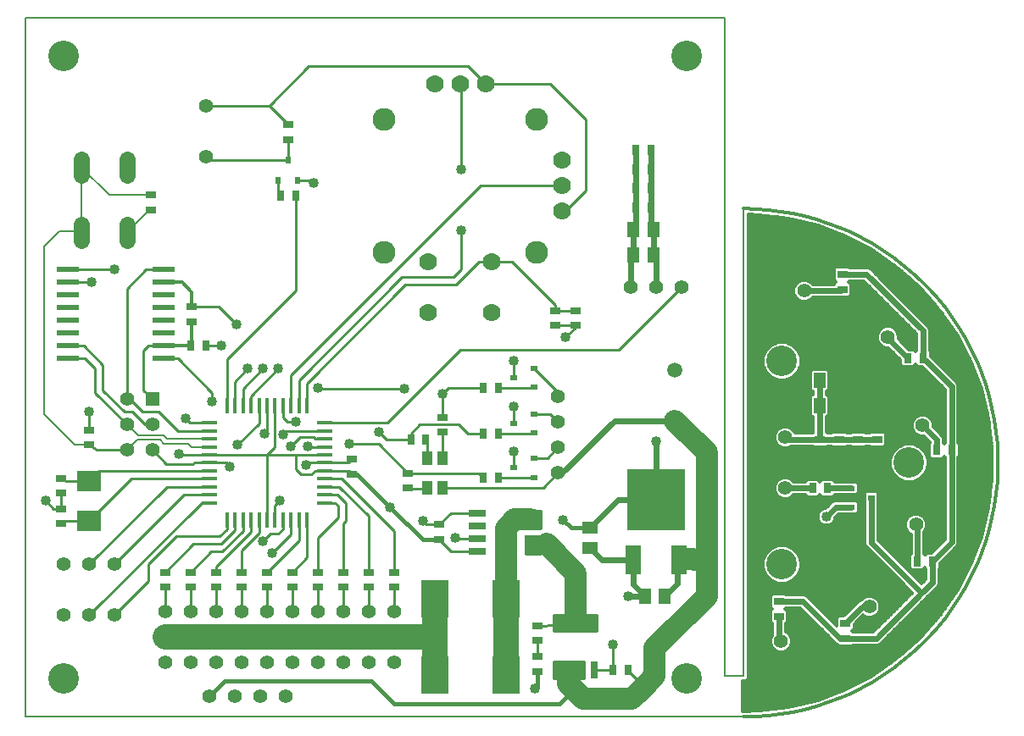
<source format=gtl>
G75*
G70*
%OFA0B0*%
%FSLAX24Y24*%
%IPPOS*%
%LPD*%
%AMOC8*
5,1,8,0,0,1.08239X$1,22.5*
%
%ADD10C,0.0120*%
%ADD11C,0.0080*%
%ADD12R,0.0591X0.0160*%
%ADD13R,0.0160X0.0591*%
%ADD14R,0.0394X0.0315*%
%ADD15R,0.0555X0.0555*%
%ADD16C,0.0555*%
%ADD17R,0.0236X0.0276*%
%ADD18R,0.0276X0.0236*%
%ADD19R,0.0315X0.0394*%
%ADD20R,0.0555X0.0555*%
%ADD21R,0.0453X0.0591*%
%ADD22R,0.0689X0.0256*%
%ADD23R,0.2283X0.2441*%
%ADD24R,0.0630X0.1181*%
%ADD25R,0.0591X0.0453*%
%ADD26R,0.0283X0.0701*%
%ADD27R,0.1100X0.1500*%
%ADD28R,0.0945X0.0787*%
%ADD29C,0.1200*%
%ADD30C,0.0594*%
%ADD31R,0.0433X0.0551*%
%ADD32C,0.0900*%
%ADD33C,0.0700*%
%ADD34C,0.0640*%
%ADD35R,0.0866X0.0236*%
%ADD36C,0.0240*%
%ADD37C,0.0100*%
%ADD38C,0.0400*%
%ADD39C,0.0160*%
%ADD40C,0.0860*%
%ADD41C,0.1000*%
D10*
X005580Y015574D02*
X006655Y015574D01*
X006700Y015619D01*
X006700Y016529D01*
X006700Y017119D02*
X006700Y017699D01*
X006325Y018074D01*
X005580Y018074D01*
X024056Y020149D02*
X024155Y020248D01*
X024745Y020248D02*
X024844Y020149D01*
X028600Y020171D02*
X031679Y020171D01*
X031367Y020290D02*
X028600Y020290D01*
X028600Y020408D02*
X030917Y020408D01*
X031310Y020311D02*
X032414Y019893D01*
X033460Y019344D01*
X034432Y018673D01*
X035316Y017890D01*
X036099Y017006D01*
X036770Y016034D01*
X037318Y014988D01*
X037737Y013884D01*
X038020Y012737D01*
X038162Y011565D01*
X038162Y010384D01*
X038020Y009211D01*
X037737Y008065D01*
X037318Y006960D01*
X036770Y005915D01*
X036099Y004943D01*
X035316Y004059D01*
X034432Y003275D01*
X033460Y002605D01*
X032414Y002056D01*
X031310Y001637D01*
X030163Y001354D01*
X028991Y001212D01*
X028400Y001194D01*
X028363Y001194D01*
X028343Y002374D01*
X028483Y002374D01*
X028600Y002491D01*
X028600Y020748D01*
X028991Y020736D01*
X030163Y020594D01*
X031310Y020311D01*
X031992Y020053D02*
X028600Y020053D01*
X028600Y019934D02*
X032304Y019934D01*
X032560Y019816D02*
X028600Y019816D01*
X028600Y019697D02*
X032786Y019697D01*
X033012Y019579D02*
X028600Y019579D01*
X028600Y019460D02*
X033238Y019460D01*
X033462Y019342D02*
X028600Y019342D01*
X028600Y019223D02*
X033634Y019223D01*
X033806Y019105D02*
X028600Y019105D01*
X028600Y018986D02*
X033977Y018986D01*
X034149Y018868D02*
X028600Y018868D01*
X028600Y018749D02*
X034321Y018749D01*
X034479Y018631D02*
X033339Y018631D01*
X033377Y018615D02*
X033281Y018654D01*
X032567Y018654D01*
X032530Y018692D01*
X032020Y018692D01*
X031938Y018610D01*
X031938Y018179D01*
X032018Y018099D01*
X031938Y018019D01*
X031938Y018005D01*
X031113Y018005D01*
X031019Y018099D01*
X030866Y018162D01*
X030700Y018162D01*
X030546Y018099D01*
X030429Y017981D01*
X030365Y017828D01*
X030365Y017662D01*
X030429Y017508D01*
X030546Y017391D01*
X030700Y017327D01*
X030866Y017327D01*
X031019Y017391D01*
X031113Y017485D01*
X032268Y017485D01*
X032320Y017506D01*
X032530Y017506D01*
X032612Y017588D01*
X032612Y018019D01*
X032532Y018099D01*
X032567Y018134D01*
X033122Y018134D01*
X035185Y016071D01*
X035185Y015391D01*
X035150Y015356D01*
X035070Y015436D01*
X034886Y015436D01*
X034474Y015848D01*
X034474Y016006D01*
X034410Y016160D01*
X034293Y016277D01*
X034139Y016341D01*
X033973Y016341D01*
X033820Y016277D01*
X033702Y016160D01*
X033639Y016006D01*
X033639Y015840D01*
X033702Y015687D01*
X033820Y015569D01*
X033973Y015506D01*
X034081Y015506D01*
X034557Y015029D01*
X034557Y014844D01*
X034639Y014762D01*
X035070Y014762D01*
X035150Y014842D01*
X035230Y014762D01*
X035414Y014762D01*
X036310Y013866D01*
X036310Y011766D01*
X036275Y011731D01*
X036240Y011766D01*
X036240Y011943D01*
X036200Y012038D01*
X036127Y012111D01*
X035847Y012391D01*
X035847Y012524D01*
X035783Y012678D01*
X035666Y012795D01*
X035512Y012859D01*
X035346Y012859D01*
X035193Y012795D01*
X035075Y012678D01*
X035012Y012524D01*
X035012Y012358D01*
X035075Y012205D01*
X035193Y012087D01*
X035346Y012024D01*
X035479Y012024D01*
X035720Y011783D01*
X035720Y011766D01*
X035682Y011729D01*
X035682Y011219D01*
X035764Y011137D01*
X036195Y011137D01*
X036275Y011217D01*
X036310Y011182D01*
X036310Y007957D01*
X035789Y007436D01*
X035605Y007436D01*
X035525Y007356D01*
X035490Y007391D01*
X035490Y008270D01*
X035525Y008305D01*
X035588Y008458D01*
X035588Y008624D01*
X035525Y008778D01*
X035407Y008895D01*
X035254Y008959D01*
X035088Y008959D01*
X034934Y008895D01*
X034817Y008778D01*
X034753Y008624D01*
X034753Y008458D01*
X034817Y008305D01*
X034934Y008187D01*
X034970Y008172D01*
X034970Y007391D01*
X034932Y007354D01*
X034932Y006844D01*
X035014Y006762D01*
X035445Y006762D01*
X035525Y006842D01*
X035560Y006807D01*
X035560Y006377D01*
X035400Y006217D01*
X033679Y007938D01*
X033679Y009405D01*
X033696Y009423D01*
X033696Y009775D01*
X033614Y009857D01*
X033475Y009857D01*
X033470Y009859D01*
X033367Y009859D01*
X033362Y009857D01*
X033223Y009857D01*
X033141Y009775D01*
X033141Y009423D01*
X033159Y009405D01*
X033159Y007779D01*
X033198Y007683D01*
X033271Y007610D01*
X030298Y007610D01*
X030319Y007601D02*
X030047Y007714D01*
X029753Y007714D01*
X029481Y007601D01*
X029273Y007393D01*
X029160Y007121D01*
X029160Y006827D01*
X029273Y006555D01*
X029481Y006347D01*
X029753Y006234D01*
X030047Y006234D01*
X030319Y006347D01*
X030527Y006555D01*
X030640Y006827D01*
X030640Y007121D01*
X030527Y007393D01*
X030319Y007601D01*
X030429Y007492D02*
X033390Y007492D01*
X033271Y007610D02*
X035032Y005849D01*
X033497Y004314D01*
X032692Y004314D01*
X032657Y004349D01*
X032737Y004429D01*
X032737Y004614D01*
X033100Y004977D01*
X033112Y004964D01*
X033266Y004901D01*
X033432Y004901D01*
X033585Y004964D01*
X033703Y005082D01*
X033766Y005235D01*
X033766Y005401D01*
X033703Y005555D01*
X033585Y005672D01*
X033432Y005736D01*
X033266Y005736D01*
X033112Y005672D01*
X033016Y005576D01*
X032926Y005538D01*
X032330Y004942D01*
X032145Y004942D01*
X032063Y004860D01*
X032063Y004554D01*
X030950Y005667D01*
X030877Y005740D01*
X030781Y005779D01*
X030067Y005779D01*
X030030Y005817D01*
X029520Y005817D01*
X029438Y005735D01*
X029438Y005304D01*
X029518Y005224D01*
X029438Y005144D01*
X029438Y004713D01*
X029515Y004637D01*
X029515Y004183D01*
X029513Y004181D01*
X029450Y004028D01*
X029450Y003862D01*
X029513Y003708D01*
X029631Y003591D01*
X029784Y003527D01*
X029950Y003527D01*
X030104Y003591D01*
X030221Y003708D01*
X030285Y003862D01*
X030285Y004028D01*
X030221Y004181D01*
X030104Y004299D01*
X030035Y004327D01*
X030035Y004637D01*
X030112Y004713D01*
X030112Y005144D01*
X030032Y005224D01*
X030067Y005259D01*
X030622Y005259D01*
X032048Y003833D01*
X032082Y003819D01*
X032145Y003756D01*
X032655Y003756D01*
X032692Y003794D01*
X033656Y003794D01*
X033752Y003833D01*
X033825Y003907D01*
X035620Y005702D01*
X036041Y006122D01*
X036080Y006218D01*
X036080Y006807D01*
X036118Y006844D01*
X036118Y007029D01*
X036791Y007702D01*
X036830Y007797D01*
X036830Y011182D01*
X036868Y011219D01*
X036868Y011729D01*
X036830Y011766D01*
X036830Y014026D01*
X036791Y014121D01*
X036718Y014195D01*
X035743Y015169D01*
X035743Y015354D01*
X035705Y015391D01*
X035705Y016231D01*
X035666Y016326D01*
X035593Y016399D01*
X033377Y018615D01*
X033480Y018512D02*
X034613Y018512D01*
X034747Y018394D02*
X033598Y018394D01*
X033717Y018275D02*
X034880Y018275D01*
X035014Y018157D02*
X033835Y018157D01*
X033954Y018038D02*
X035148Y018038D01*
X035282Y017920D02*
X034072Y017920D01*
X034191Y017801D02*
X035394Y017801D01*
X035499Y017683D02*
X034309Y017683D01*
X034428Y017564D02*
X035604Y017564D01*
X035709Y017446D02*
X034546Y017446D01*
X034665Y017327D02*
X035814Y017327D01*
X035919Y017209D02*
X034783Y017209D01*
X034902Y017090D02*
X036024Y017090D01*
X036122Y016972D02*
X035020Y016972D01*
X035139Y016853D02*
X036204Y016853D01*
X036286Y016735D02*
X035257Y016735D01*
X035376Y016616D02*
X036367Y016616D01*
X036449Y016498D02*
X035494Y016498D01*
X035613Y016379D02*
X036531Y016379D01*
X036613Y016261D02*
X035693Y016261D01*
X035705Y016142D02*
X036695Y016142D01*
X036775Y016024D02*
X035705Y016024D01*
X035705Y015905D02*
X036837Y015905D01*
X036899Y015787D02*
X035705Y015787D01*
X035705Y015668D02*
X036961Y015668D01*
X037024Y015550D02*
X035705Y015550D01*
X035705Y015431D02*
X037086Y015431D01*
X037148Y015313D02*
X035743Y015313D01*
X035743Y015194D02*
X037210Y015194D01*
X037272Y015076D02*
X035836Y015076D01*
X035955Y014957D02*
X037330Y014957D01*
X037375Y014839D02*
X036073Y014839D01*
X036192Y014720D02*
X037420Y014720D01*
X037465Y014602D02*
X036310Y014602D01*
X036429Y014483D02*
X037510Y014483D01*
X037555Y014365D02*
X036547Y014365D01*
X036666Y014246D02*
X037600Y014246D01*
X037645Y014128D02*
X036784Y014128D01*
X036830Y014009D02*
X037690Y014009D01*
X037735Y013891D02*
X036830Y013891D01*
X036830Y013772D02*
X037765Y013772D01*
X037794Y013654D02*
X036830Y013654D01*
X036830Y013535D02*
X037823Y013535D01*
X037852Y013417D02*
X036830Y013417D01*
X036830Y013298D02*
X037881Y013298D01*
X037911Y013180D02*
X036830Y013180D01*
X036830Y013061D02*
X037940Y013061D01*
X037969Y012943D02*
X036830Y012943D01*
X036830Y012824D02*
X037998Y012824D01*
X038024Y012706D02*
X036830Y012706D01*
X036830Y012587D02*
X038038Y012587D01*
X038052Y012469D02*
X036830Y012469D01*
X036830Y012350D02*
X038067Y012350D01*
X038081Y012232D02*
X036830Y012232D01*
X036830Y012113D02*
X038096Y012113D01*
X038110Y011995D02*
X036830Y011995D01*
X036830Y011876D02*
X038124Y011876D01*
X038139Y011758D02*
X036839Y011758D01*
X036868Y011639D02*
X038153Y011639D01*
X038162Y011521D02*
X036868Y011521D01*
X036868Y011402D02*
X038162Y011402D01*
X038162Y011284D02*
X036868Y011284D01*
X036830Y011165D02*
X038162Y011165D01*
X038162Y011047D02*
X036830Y011047D01*
X036830Y010928D02*
X038162Y010928D01*
X038162Y010810D02*
X036830Y010810D01*
X036830Y010691D02*
X038162Y010691D01*
X038162Y010573D02*
X036830Y010573D01*
X036830Y010454D02*
X038162Y010454D01*
X038156Y010336D02*
X036830Y010336D01*
X036830Y010217D02*
X038142Y010217D01*
X038128Y010099D02*
X036830Y010099D01*
X036830Y009980D02*
X038113Y009980D01*
X038099Y009862D02*
X036830Y009862D01*
X036830Y009743D02*
X038084Y009743D01*
X038070Y009625D02*
X036830Y009625D01*
X036830Y009506D02*
X038056Y009506D01*
X038041Y009388D02*
X036830Y009388D01*
X036830Y009269D02*
X038027Y009269D01*
X038005Y009151D02*
X036830Y009151D01*
X036830Y009032D02*
X037976Y009032D01*
X037946Y008914D02*
X036830Y008914D01*
X036830Y008795D02*
X037917Y008795D01*
X037888Y008677D02*
X036830Y008677D01*
X036830Y008558D02*
X037859Y008558D01*
X037830Y008440D02*
X036830Y008440D01*
X036830Y008321D02*
X037800Y008321D01*
X037771Y008203D02*
X036830Y008203D01*
X036830Y008084D02*
X037742Y008084D01*
X037700Y007966D02*
X036830Y007966D01*
X036830Y007847D02*
X037655Y007847D01*
X037610Y007729D02*
X036802Y007729D01*
X036699Y007610D02*
X037565Y007610D01*
X037520Y007492D02*
X036580Y007492D01*
X036462Y007373D02*
X037475Y007373D01*
X037430Y007255D02*
X036343Y007255D01*
X036225Y007136D02*
X037385Y007136D01*
X037340Y007018D02*
X036118Y007018D01*
X036118Y006899D02*
X037286Y006899D01*
X037224Y006781D02*
X036080Y006781D01*
X036080Y006662D02*
X037162Y006662D01*
X037100Y006544D02*
X036080Y006544D01*
X036080Y006425D02*
X037038Y006425D01*
X036975Y006307D02*
X036080Y006307D01*
X036068Y006188D02*
X036913Y006188D01*
X036851Y006070D02*
X035988Y006070D01*
X035870Y005951D02*
X036789Y005951D01*
X036713Y005833D02*
X035751Y005833D01*
X035633Y005714D02*
X036631Y005714D01*
X036549Y005596D02*
X035514Y005596D01*
X035396Y005477D02*
X036468Y005477D01*
X036386Y005359D02*
X035277Y005359D01*
X035159Y005240D02*
X036304Y005240D01*
X036222Y005122D02*
X035040Y005122D01*
X034922Y005003D02*
X036140Y005003D01*
X036047Y004885D02*
X034803Y004885D01*
X034685Y004766D02*
X035942Y004766D01*
X035837Y004648D02*
X034566Y004648D01*
X034448Y004529D02*
X035732Y004529D01*
X035627Y004411D02*
X034329Y004411D01*
X034211Y004292D02*
X035522Y004292D01*
X035417Y004174D02*
X034092Y004174D01*
X033974Y004055D02*
X035312Y004055D01*
X035178Y003937D02*
X033855Y003937D01*
X033715Y003818D02*
X035044Y003818D01*
X034910Y003700D02*
X030212Y003700D01*
X030266Y003818D02*
X032083Y003818D01*
X031945Y003937D02*
X030285Y003937D01*
X030273Y004055D02*
X031826Y004055D01*
X031708Y004174D02*
X030224Y004174D01*
X030110Y004292D02*
X031589Y004292D01*
X031471Y004411D02*
X030035Y004411D01*
X030035Y004529D02*
X031352Y004529D01*
X031234Y004648D02*
X030046Y004648D01*
X030112Y004766D02*
X031115Y004766D01*
X030997Y004885D02*
X030112Y004885D01*
X030112Y005003D02*
X030878Y005003D01*
X030760Y005122D02*
X030112Y005122D01*
X030048Y005240D02*
X030641Y005240D01*
X031021Y005596D02*
X033036Y005596D01*
X032865Y005477D02*
X031140Y005477D01*
X031258Y005359D02*
X032747Y005359D01*
X032628Y005240D02*
X031377Y005240D01*
X031495Y005122D02*
X032510Y005122D01*
X032391Y005003D02*
X031614Y005003D01*
X031732Y004885D02*
X032088Y004885D01*
X032063Y004766D02*
X031851Y004766D01*
X031969Y004648D02*
X032063Y004648D01*
X032737Y004529D02*
X033712Y004529D01*
X033594Y004411D02*
X032719Y004411D01*
X032771Y004648D02*
X033831Y004648D01*
X033949Y004766D02*
X032889Y004766D01*
X033008Y004885D02*
X034068Y004885D01*
X034186Y005003D02*
X033624Y005003D01*
X033719Y005122D02*
X034305Y005122D01*
X034423Y005240D02*
X033766Y005240D01*
X033766Y005359D02*
X034542Y005359D01*
X034660Y005477D02*
X033735Y005477D01*
X033662Y005596D02*
X034779Y005596D01*
X034897Y005714D02*
X033484Y005714D01*
X033214Y005714D02*
X030903Y005714D01*
X030398Y006425D02*
X034456Y006425D01*
X034338Y006544D02*
X030516Y006544D01*
X030572Y006662D02*
X034219Y006662D01*
X034101Y006781D02*
X030621Y006781D01*
X030640Y006899D02*
X033982Y006899D01*
X033864Y007018D02*
X030640Y007018D01*
X030634Y007136D02*
X033745Y007136D01*
X033627Y007255D02*
X030585Y007255D01*
X030536Y007373D02*
X033508Y007373D01*
X033271Y007610D02*
X033271Y007610D01*
X033179Y007729D02*
X028600Y007729D01*
X028600Y007847D02*
X033159Y007847D01*
X033159Y007966D02*
X028600Y007966D01*
X028600Y008084D02*
X033159Y008084D01*
X033159Y008203D02*
X028600Y008203D01*
X028600Y008321D02*
X033159Y008321D01*
X033159Y008440D02*
X028600Y008440D01*
X028600Y008558D02*
X031464Y008558D01*
X031457Y008561D02*
X031582Y008509D01*
X031718Y008509D01*
X031843Y008561D01*
X031938Y008657D01*
X031990Y008782D01*
X031990Y008821D01*
X032134Y008965D01*
X032683Y008965D01*
X032688Y008967D01*
X032827Y008967D01*
X032909Y009049D01*
X032909Y009401D01*
X032827Y009483D01*
X032688Y009483D01*
X032683Y009485D01*
X031974Y009485D01*
X031879Y009446D01*
X031622Y009189D01*
X031582Y009189D01*
X031457Y009137D01*
X031362Y009042D01*
X031310Y008917D01*
X031310Y008782D01*
X031362Y008657D01*
X031457Y008561D01*
X031353Y008677D02*
X028600Y008677D01*
X028600Y008795D02*
X031310Y008795D01*
X031310Y008914D02*
X028600Y008914D01*
X028600Y009032D02*
X031358Y009032D01*
X031489Y009151D02*
X028600Y009151D01*
X028600Y009269D02*
X031702Y009269D01*
X031821Y009388D02*
X028600Y009388D01*
X028600Y009506D02*
X033141Y009506D01*
X033141Y009625D02*
X030266Y009625D01*
X030261Y009620D02*
X030355Y009714D01*
X030812Y009714D01*
X030889Y009637D01*
X031320Y009637D01*
X031400Y009717D01*
X031480Y009637D01*
X031911Y009637D01*
X031988Y009714D01*
X032682Y009714D01*
X032684Y009715D01*
X032827Y009715D01*
X032909Y009797D01*
X032909Y010149D01*
X032827Y010231D01*
X032689Y010231D01*
X032682Y010234D01*
X031988Y010234D01*
X031911Y010311D01*
X031480Y010311D01*
X031400Y010231D01*
X031320Y010311D01*
X030889Y010311D01*
X030812Y010234D01*
X030355Y010234D01*
X030261Y010328D01*
X030108Y010392D01*
X029942Y010392D01*
X029789Y010328D01*
X029671Y010211D01*
X029608Y010057D01*
X029608Y009891D01*
X029671Y009738D01*
X029789Y009620D01*
X029942Y009557D01*
X030108Y009557D01*
X030261Y009620D01*
X029784Y009625D02*
X028600Y009625D01*
X028600Y009743D02*
X029669Y009743D01*
X029620Y009862D02*
X028600Y009862D01*
X028600Y009980D02*
X029608Y009980D01*
X029625Y010099D02*
X028600Y010099D01*
X028600Y010217D02*
X029678Y010217D01*
X029807Y010336D02*
X028600Y010336D01*
X028600Y010454D02*
X034373Y010454D01*
X034273Y010555D02*
X034481Y010347D01*
X034753Y010234D01*
X035047Y010234D01*
X035319Y010347D01*
X035527Y010555D01*
X035640Y010827D01*
X035640Y011121D01*
X035527Y011393D01*
X035319Y011601D01*
X035047Y011714D01*
X034753Y011714D01*
X034481Y011601D01*
X034273Y011393D01*
X034160Y011121D01*
X034160Y010827D01*
X034273Y010555D01*
X034265Y010573D02*
X028600Y010573D01*
X028600Y010691D02*
X034216Y010691D01*
X034167Y010810D02*
X028600Y010810D01*
X028600Y010928D02*
X034160Y010928D01*
X034160Y011047D02*
X028600Y011047D01*
X028600Y011165D02*
X034178Y011165D01*
X034227Y011284D02*
X028600Y011284D01*
X028600Y011402D02*
X034282Y011402D01*
X034400Y011521D02*
X028600Y011521D01*
X028600Y011639D02*
X029770Y011639D01*
X029789Y011620D02*
X029671Y011738D01*
X029608Y011891D01*
X029608Y012057D01*
X029671Y012211D01*
X029789Y012328D01*
X029942Y012392D01*
X030108Y012392D01*
X030261Y012328D01*
X030379Y012211D01*
X030402Y012154D01*
X031108Y012154D01*
X031121Y012168D01*
X031121Y012789D01*
X031097Y012789D01*
X031015Y012871D01*
X031015Y013577D01*
X031097Y013659D01*
X031121Y013659D01*
X031121Y013789D01*
X031097Y013789D01*
X031015Y013871D01*
X031015Y014577D01*
X031097Y014659D01*
X031666Y014659D01*
X031748Y014577D01*
X031748Y013871D01*
X031666Y013789D01*
X031641Y013789D01*
X031641Y013659D01*
X031666Y013659D01*
X031748Y013577D01*
X031748Y012871D01*
X031666Y012789D01*
X031641Y012789D01*
X031641Y012192D01*
X031655Y012192D01*
X031692Y012154D01*
X031858Y012154D01*
X031895Y012192D01*
X032405Y012192D01*
X032442Y012154D01*
X032608Y012154D01*
X032645Y012192D01*
X033155Y012192D01*
X033192Y012154D01*
X033358Y012154D01*
X033395Y012192D01*
X033905Y012192D01*
X033987Y012110D01*
X033987Y011679D01*
X033905Y011597D01*
X033395Y011597D01*
X033358Y011634D01*
X033192Y011634D01*
X033155Y011597D01*
X032645Y011597D01*
X032608Y011634D01*
X032442Y011634D01*
X032405Y011597D01*
X031895Y011597D01*
X031858Y011634D01*
X031692Y011634D01*
X031655Y011597D01*
X031145Y011597D01*
X031108Y011634D01*
X030276Y011634D01*
X030261Y011620D01*
X030108Y011557D01*
X029942Y011557D01*
X029789Y011620D01*
X029663Y011758D02*
X028600Y011758D01*
X028600Y011876D02*
X029614Y011876D01*
X029608Y011995D02*
X028600Y011995D01*
X028600Y012113D02*
X029631Y012113D01*
X029692Y012232D02*
X028600Y012232D01*
X028600Y012350D02*
X029842Y012350D01*
X030208Y012350D02*
X031121Y012350D01*
X031121Y012232D02*
X030358Y012232D01*
X031121Y012469D02*
X028600Y012469D01*
X028600Y012587D02*
X031121Y012587D01*
X031121Y012706D02*
X028600Y012706D01*
X028600Y012824D02*
X031062Y012824D01*
X031015Y012943D02*
X028600Y012943D01*
X028600Y013061D02*
X031015Y013061D01*
X031015Y013180D02*
X028600Y013180D01*
X028600Y013298D02*
X031015Y013298D01*
X031015Y013417D02*
X028600Y013417D01*
X028600Y013535D02*
X031015Y013535D01*
X031091Y013654D02*
X028600Y013654D01*
X028600Y013772D02*
X031121Y013772D01*
X031015Y013891D02*
X028600Y013891D01*
X028600Y014009D02*
X031015Y014009D01*
X031015Y014128D02*
X028600Y014128D01*
X028600Y014246D02*
X029724Y014246D01*
X029753Y014234D02*
X029481Y014347D01*
X029273Y014555D01*
X029160Y014827D01*
X029160Y015121D01*
X029273Y015393D01*
X029481Y015601D01*
X029753Y015714D01*
X030047Y015714D01*
X030319Y015601D01*
X030527Y015393D01*
X030640Y015121D01*
X030640Y014827D01*
X030527Y014555D01*
X030319Y014347D01*
X030047Y014234D01*
X029753Y014234D01*
X029463Y014365D02*
X028600Y014365D01*
X028600Y014483D02*
X029344Y014483D01*
X029253Y014602D02*
X028600Y014602D01*
X028600Y014720D02*
X029204Y014720D01*
X029160Y014839D02*
X028600Y014839D01*
X028600Y014957D02*
X029160Y014957D01*
X029160Y015076D02*
X028600Y015076D01*
X028600Y015194D02*
X029190Y015194D01*
X029239Y015313D02*
X028600Y015313D01*
X028600Y015431D02*
X029311Y015431D01*
X029429Y015550D02*
X028600Y015550D01*
X028600Y015668D02*
X029642Y015668D01*
X030158Y015668D02*
X033721Y015668D01*
X033661Y015787D02*
X028600Y015787D01*
X028600Y015905D02*
X033639Y015905D01*
X033646Y016024D02*
X028600Y016024D01*
X028600Y016142D02*
X033695Y016142D01*
X033803Y016261D02*
X028600Y016261D01*
X028600Y016379D02*
X034877Y016379D01*
X034759Y016498D02*
X028600Y016498D01*
X028600Y016616D02*
X034640Y016616D01*
X034522Y016735D02*
X028600Y016735D01*
X028600Y016853D02*
X034403Y016853D01*
X034285Y016972D02*
X028600Y016972D01*
X028600Y017090D02*
X034166Y017090D01*
X034048Y017209D02*
X028600Y017209D01*
X028600Y017327D02*
X033929Y017327D01*
X033811Y017446D02*
X031074Y017446D01*
X030492Y017446D02*
X028600Y017446D01*
X028600Y017564D02*
X030406Y017564D01*
X030365Y017683D02*
X028600Y017683D01*
X028600Y017801D02*
X030365Y017801D01*
X030404Y017920D02*
X028600Y017920D01*
X028600Y018038D02*
X030486Y018038D01*
X030687Y018157D02*
X028600Y018157D01*
X028600Y018275D02*
X031938Y018275D01*
X031938Y018394D02*
X028600Y018394D01*
X028600Y018512D02*
X031938Y018512D01*
X031959Y018631D02*
X028600Y018631D01*
X028600Y020527D02*
X030436Y020527D01*
X029741Y020645D02*
X028600Y020645D01*
X030879Y018157D02*
X031960Y018157D01*
X031957Y018038D02*
X031080Y018038D01*
X032593Y018038D02*
X033218Y018038D01*
X033337Y017920D02*
X032612Y017920D01*
X032612Y017801D02*
X033455Y017801D01*
X033574Y017683D02*
X032612Y017683D01*
X032588Y017564D02*
X033692Y017564D01*
X034309Y016261D02*
X034996Y016261D01*
X035114Y016142D02*
X034417Y016142D01*
X034466Y016024D02*
X035185Y016024D01*
X035185Y015905D02*
X034474Y015905D01*
X034535Y015787D02*
X035185Y015787D01*
X035185Y015668D02*
X034653Y015668D01*
X034772Y015550D02*
X035185Y015550D01*
X035185Y015431D02*
X035075Y015431D01*
X035147Y014839D02*
X035153Y014839D01*
X035457Y014720D02*
X030596Y014720D01*
X030640Y014839D02*
X034563Y014839D01*
X034557Y014957D02*
X030640Y014957D01*
X030640Y015076D02*
X034510Y015076D01*
X034392Y015194D02*
X030610Y015194D01*
X030561Y015313D02*
X034273Y015313D01*
X034155Y015431D02*
X030489Y015431D01*
X030371Y015550D02*
X033867Y015550D01*
X035575Y014602D02*
X031723Y014602D01*
X031748Y014483D02*
X035694Y014483D01*
X035812Y014365D02*
X031748Y014365D01*
X031748Y014246D02*
X035931Y014246D01*
X036049Y014128D02*
X031748Y014128D01*
X031748Y014009D02*
X036168Y014009D01*
X036286Y013891D02*
X031748Y013891D01*
X031641Y013772D02*
X036310Y013772D01*
X036310Y013654D02*
X031671Y013654D01*
X031748Y013535D02*
X036310Y013535D01*
X036310Y013417D02*
X031748Y013417D01*
X031748Y013298D02*
X036310Y013298D01*
X036310Y013180D02*
X031748Y013180D01*
X031748Y013061D02*
X036310Y013061D01*
X036310Y012943D02*
X031748Y012943D01*
X031701Y012824D02*
X035263Y012824D01*
X035103Y012706D02*
X031641Y012706D01*
X031641Y012587D02*
X035038Y012587D01*
X035012Y012469D02*
X031641Y012469D01*
X031641Y012350D02*
X035015Y012350D01*
X035064Y012232D02*
X031641Y012232D01*
X031400Y011304D02*
X032150Y011304D01*
X032900Y011304D01*
X033650Y011304D01*
X033947Y011639D02*
X034572Y011639D01*
X033987Y011758D02*
X035711Y011758D01*
X035682Y011639D02*
X035228Y011639D01*
X035400Y011521D02*
X035682Y011521D01*
X035682Y011402D02*
X035518Y011402D01*
X035573Y011284D02*
X035682Y011284D01*
X035736Y011165D02*
X035622Y011165D01*
X035640Y011047D02*
X036310Y011047D01*
X036310Y011165D02*
X036223Y011165D01*
X036310Y010928D02*
X035640Y010928D01*
X035633Y010810D02*
X036310Y010810D01*
X036310Y010691D02*
X035584Y010691D01*
X035535Y010573D02*
X036310Y010573D01*
X036310Y010454D02*
X035427Y010454D01*
X035292Y010336D02*
X036310Y010336D01*
X036310Y010217D02*
X032841Y010217D01*
X032909Y010099D02*
X036310Y010099D01*
X036310Y009980D02*
X032909Y009980D01*
X032909Y009862D02*
X036310Y009862D01*
X036310Y009743D02*
X033696Y009743D01*
X033696Y009625D02*
X036310Y009625D01*
X036310Y009506D02*
X033696Y009506D01*
X033679Y009388D02*
X036310Y009388D01*
X036310Y009269D02*
X033679Y009269D01*
X033679Y009151D02*
X036310Y009151D01*
X036310Y009032D02*
X033679Y009032D01*
X033679Y008914D02*
X034979Y008914D01*
X034834Y008795D02*
X033679Y008795D01*
X033679Y008677D02*
X034775Y008677D01*
X034753Y008558D02*
X033679Y008558D01*
X033679Y008440D02*
X034761Y008440D01*
X034810Y008321D02*
X033679Y008321D01*
X033679Y008203D02*
X034919Y008203D01*
X034970Y008084D02*
X033679Y008084D01*
X033679Y007966D02*
X034970Y007966D01*
X034970Y007847D02*
X033770Y007847D01*
X033888Y007729D02*
X034970Y007729D01*
X034970Y007610D02*
X034007Y007610D01*
X034125Y007492D02*
X034970Y007492D01*
X034951Y007373D02*
X034244Y007373D01*
X034362Y007255D02*
X034932Y007255D01*
X034932Y007136D02*
X034481Y007136D01*
X034599Y007018D02*
X034932Y007018D01*
X034932Y006899D02*
X034718Y006899D01*
X034836Y006781D02*
X034996Y006781D01*
X034955Y006662D02*
X035560Y006662D01*
X035560Y006544D02*
X035073Y006544D01*
X035192Y006425D02*
X035560Y006425D01*
X035490Y006307D02*
X035310Y006307D01*
X035464Y006781D02*
X035560Y006781D01*
X035542Y007373D02*
X035508Y007373D01*
X035490Y007492D02*
X035845Y007492D01*
X035964Y007610D02*
X035490Y007610D01*
X035490Y007729D02*
X036082Y007729D01*
X036201Y007847D02*
X035490Y007847D01*
X035490Y007966D02*
X036310Y007966D01*
X036310Y008084D02*
X035490Y008084D01*
X035490Y008203D02*
X036310Y008203D01*
X036310Y008321D02*
X035531Y008321D01*
X035580Y008440D02*
X036310Y008440D01*
X036310Y008558D02*
X035588Y008558D01*
X035566Y008677D02*
X036310Y008677D01*
X036310Y008795D02*
X035507Y008795D01*
X035362Y008914D02*
X036310Y008914D01*
X034508Y010336D02*
X030243Y010336D01*
X028400Y000974D02*
X028883Y000986D01*
X029365Y001021D01*
X029845Y001079D01*
X030321Y001160D01*
X030793Y001265D01*
X031259Y001392D01*
X031719Y001541D01*
X032171Y001712D01*
X032614Y001905D01*
X033047Y002119D01*
X033470Y002354D01*
X033880Y002609D01*
X034278Y002884D01*
X034662Y003177D01*
X035031Y003489D01*
X035385Y003818D01*
X035723Y004164D01*
X036043Y004526D01*
X036346Y004902D01*
X036630Y005293D01*
X036895Y005698D01*
X037140Y006114D01*
X037364Y006542D01*
X037568Y006980D01*
X037750Y007428D01*
X037911Y007884D01*
X038049Y008347D01*
X038164Y008816D01*
X038257Y009290D01*
X038327Y009769D01*
X038374Y010250D01*
X038397Y010732D01*
X038397Y011216D01*
X038374Y011698D01*
X038327Y012179D01*
X038257Y012658D01*
X038164Y013132D01*
X038049Y013601D01*
X037911Y014064D01*
X037750Y014520D01*
X037568Y014968D01*
X037364Y015406D01*
X037140Y015834D01*
X036895Y016250D01*
X036630Y016655D01*
X036346Y017046D01*
X036043Y017422D01*
X035723Y017784D01*
X035385Y018130D01*
X035031Y018459D01*
X034662Y018771D01*
X034278Y019064D01*
X033880Y019339D01*
X033470Y019594D01*
X033047Y019829D01*
X032614Y020043D01*
X032171Y020236D01*
X031719Y020407D01*
X031259Y020556D01*
X030793Y020683D01*
X030321Y020788D01*
X029845Y020869D01*
X029365Y020927D01*
X028883Y020962D01*
X028400Y020974D01*
X030547Y014602D02*
X031039Y014602D01*
X031015Y014483D02*
X030456Y014483D01*
X030337Y014365D02*
X031015Y014365D01*
X031015Y014246D02*
X030076Y014246D01*
X033984Y012113D02*
X035167Y012113D01*
X035508Y011995D02*
X033987Y011995D01*
X033987Y011876D02*
X035627Y011876D01*
X036007Y012232D02*
X036310Y012232D01*
X036310Y012350D02*
X035888Y012350D01*
X035847Y012469D02*
X036310Y012469D01*
X036310Y012587D02*
X035821Y012587D01*
X035755Y012706D02*
X036310Y012706D01*
X036310Y012824D02*
X035596Y012824D01*
X036125Y012113D02*
X036310Y012113D01*
X036310Y011995D02*
X036218Y011995D01*
X036240Y011876D02*
X036310Y011876D01*
X036301Y011758D02*
X036249Y011758D01*
X033141Y009743D02*
X032855Y009743D01*
X032631Y009973D02*
X032630Y009974D01*
X032909Y009388D02*
X033159Y009388D01*
X033159Y009269D02*
X032909Y009269D01*
X032909Y009151D02*
X033159Y009151D01*
X033159Y009032D02*
X032892Y009032D01*
X033159Y008914D02*
X032082Y008914D01*
X031990Y008795D02*
X033159Y008795D01*
X033159Y008677D02*
X031947Y008677D01*
X031836Y008558D02*
X033159Y008558D01*
X034575Y006307D02*
X030222Y006307D01*
X029578Y006307D02*
X028600Y006307D01*
X028600Y006425D02*
X029402Y006425D01*
X029284Y006544D02*
X028600Y006544D01*
X028600Y006662D02*
X029228Y006662D01*
X029179Y006781D02*
X028600Y006781D01*
X028600Y006899D02*
X029160Y006899D01*
X029160Y007018D02*
X028600Y007018D01*
X028600Y007136D02*
X029166Y007136D01*
X029215Y007255D02*
X028600Y007255D01*
X028600Y007373D02*
X029264Y007373D01*
X029371Y007492D02*
X028600Y007492D01*
X028600Y007610D02*
X029502Y007610D01*
X028600Y006188D02*
X034693Y006188D01*
X034812Y006070D02*
X028600Y006070D01*
X028600Y005951D02*
X034930Y005951D01*
X035016Y005833D02*
X028600Y005833D01*
X028600Y005714D02*
X029438Y005714D01*
X029438Y005596D02*
X028600Y005596D01*
X028600Y005477D02*
X029438Y005477D01*
X029438Y005359D02*
X028600Y005359D01*
X028600Y005240D02*
X029502Y005240D01*
X029438Y005122D02*
X028600Y005122D01*
X028600Y005003D02*
X029438Y005003D01*
X029438Y004885D02*
X028600Y004885D01*
X028600Y004766D02*
X029438Y004766D01*
X029504Y004648D02*
X028600Y004648D01*
X028600Y004529D02*
X029515Y004529D01*
X029515Y004411D02*
X028600Y004411D01*
X028600Y004292D02*
X029515Y004292D01*
X029510Y004174D02*
X028600Y004174D01*
X028600Y004055D02*
X029461Y004055D01*
X029450Y003937D02*
X028600Y003937D01*
X028600Y003818D02*
X029468Y003818D01*
X029522Y003700D02*
X028600Y003700D01*
X028600Y003581D02*
X029654Y003581D01*
X030080Y003581D02*
X034777Y003581D01*
X034643Y003463D02*
X028600Y003463D01*
X028600Y003344D02*
X034509Y003344D01*
X034359Y003226D02*
X028600Y003226D01*
X028600Y003107D02*
X034188Y003107D01*
X034016Y002989D02*
X028600Y002989D01*
X028600Y002870D02*
X033844Y002870D01*
X033673Y002752D02*
X028600Y002752D01*
X028600Y002633D02*
X033501Y002633D01*
X033288Y002515D02*
X028600Y002515D01*
X028505Y002396D02*
X033062Y002396D01*
X032837Y002278D02*
X028345Y002278D01*
X028347Y002159D02*
X032611Y002159D01*
X032374Y002041D02*
X028349Y002041D01*
X028351Y001922D02*
X032062Y001922D01*
X031749Y001804D02*
X028353Y001804D01*
X028355Y001685D02*
X031437Y001685D01*
X031024Y001567D02*
X028357Y001567D01*
X028359Y001448D02*
X030543Y001448D01*
X029960Y001330D02*
X028361Y001330D01*
X028363Y001211D02*
X028963Y001211D01*
D11*
X028400Y000974D02*
X000150Y000974D01*
X000150Y028474D01*
X027650Y028474D01*
X027650Y002574D01*
X028400Y002574D01*
X028400Y020974D01*
X026100Y007174D02*
X025950Y007024D01*
X025798Y006974D01*
X007386Y011604D02*
X006670Y011604D01*
X006550Y011724D01*
X005600Y011724D01*
X005450Y011874D01*
X004550Y011874D01*
X004150Y011474D01*
X004575Y012049D02*
X004150Y012474D01*
X004575Y012049D02*
X005575Y012049D01*
X005705Y011919D01*
X007386Y011919D01*
X002650Y011679D02*
X002095Y011679D01*
X000900Y012874D01*
X000900Y019474D01*
X001500Y020074D01*
X002330Y020074D01*
X002360Y020044D01*
X002360Y022604D01*
X003445Y021519D01*
X005100Y021519D01*
X005100Y020929D02*
X005025Y020929D01*
X004140Y020044D01*
D12*
X007386Y012549D03*
X007386Y012234D03*
X007386Y011919D03*
X007386Y011604D03*
X007386Y011289D03*
X007386Y010974D03*
X007386Y010659D03*
X007386Y010344D03*
X007386Y010029D03*
X007386Y009714D03*
X007386Y009399D03*
X011914Y009399D03*
X011914Y009714D03*
X011914Y010029D03*
X011914Y010344D03*
X011914Y010659D03*
X011914Y010974D03*
X011914Y011289D03*
X011914Y011604D03*
X011914Y011919D03*
X011914Y012234D03*
X011914Y012549D03*
D13*
X011225Y013238D03*
X010910Y013238D03*
X010595Y013238D03*
X010280Y013238D03*
X009965Y013238D03*
X009650Y013238D03*
X009335Y013238D03*
X009020Y013238D03*
X008705Y013238D03*
X008390Y013238D03*
X008075Y013238D03*
X008075Y008710D03*
X008390Y008710D03*
X008705Y008710D03*
X009020Y008710D03*
X009335Y008710D03*
X009650Y008710D03*
X009965Y008710D03*
X010280Y008710D03*
X010595Y008710D03*
X010910Y008710D03*
X011225Y008710D03*
D14*
X013000Y010529D03*
X013000Y011119D03*
X015200Y010569D03*
X015200Y009979D03*
X016425Y008544D03*
X016425Y007954D03*
X014650Y006669D03*
X014650Y006079D03*
X013650Y006079D03*
X013650Y006669D03*
X012650Y006669D03*
X012650Y006079D03*
X011650Y006079D03*
X011650Y006669D03*
X010650Y006669D03*
X010650Y006079D03*
X009650Y006079D03*
X009650Y006669D03*
X008650Y006669D03*
X008650Y006079D03*
X007650Y006079D03*
X007650Y006669D03*
X006650Y006669D03*
X006650Y006079D03*
X005650Y006079D03*
X005650Y006669D03*
X001550Y008579D03*
X001550Y009169D03*
X001550Y009779D03*
X001550Y010369D03*
X002650Y011679D03*
X002650Y012269D03*
X006700Y016529D03*
X006700Y017119D03*
X005100Y020929D03*
X005100Y021519D03*
X010475Y023704D03*
X010475Y024294D03*
X020975Y016969D03*
X020975Y016379D03*
X021775Y016379D03*
X021775Y016969D03*
X016550Y012769D03*
X016550Y012179D03*
X020275Y004569D03*
X020275Y003979D03*
X020275Y003344D03*
X020275Y002754D03*
X029775Y004929D03*
X029775Y005519D03*
X032400Y004644D03*
X032400Y004054D03*
X032150Y011304D03*
X032150Y011894D03*
X031400Y011894D03*
X031400Y011304D03*
X032900Y011304D03*
X032900Y011894D03*
X033650Y011894D03*
X033650Y011304D03*
X032275Y017804D03*
X032275Y018394D03*
D15*
X005150Y013474D03*
D16*
X004150Y013474D03*
X004150Y012474D03*
X005150Y012474D03*
X005150Y011474D03*
X004150Y011474D03*
X003650Y006974D03*
X002650Y006974D03*
X001650Y006974D03*
X001650Y004974D03*
X002650Y004974D03*
X003650Y004974D03*
X005650Y005124D03*
X006650Y005124D03*
X006650Y004124D03*
X005650Y004124D03*
X005650Y003124D03*
X006650Y003124D03*
X007650Y003124D03*
X008650Y003124D03*
X009650Y003124D03*
X010650Y003124D03*
X011650Y003124D03*
X012650Y003124D03*
X013650Y003124D03*
X014650Y003124D03*
X014650Y004124D03*
X013650Y004124D03*
X012650Y004124D03*
X011650Y004124D03*
X010650Y004124D03*
X009650Y004124D03*
X008650Y004124D03*
X007650Y004124D03*
X007650Y005124D03*
X008650Y005124D03*
X009650Y005124D03*
X010650Y005124D03*
X011650Y005124D03*
X012650Y005124D03*
X013650Y005124D03*
X014650Y005124D03*
X010400Y001774D03*
X009400Y001774D03*
X008400Y001774D03*
X007400Y001774D03*
X021100Y010574D03*
X021100Y011574D03*
X021100Y012574D03*
X021100Y013574D03*
X023950Y017899D03*
X024950Y017899D03*
X025950Y017899D03*
X030783Y017745D03*
X034056Y015923D03*
X035429Y012441D03*
X035171Y008541D03*
X033349Y005318D03*
X029867Y003945D03*
X030025Y009974D03*
X030025Y010974D03*
X030025Y011974D03*
X007250Y023024D03*
X007250Y025024D03*
D17*
X010475Y022893D03*
X010101Y022105D03*
X010849Y022105D03*
D18*
X019356Y014324D03*
X020144Y013950D03*
X020144Y014698D03*
X020144Y012898D03*
X020144Y012150D03*
X019356Y012524D03*
X020144Y011148D03*
X020144Y010400D03*
X019356Y010774D03*
X032631Y009973D03*
X033419Y009599D03*
X032631Y009225D03*
D19*
X031695Y009974D03*
X031105Y009974D03*
X035230Y007099D03*
X035820Y007099D03*
X035980Y011474D03*
X036570Y011474D03*
X035445Y015099D03*
X034855Y015099D03*
X024745Y021024D03*
X024155Y021024D03*
X024155Y021774D03*
X024745Y021774D03*
X024745Y022524D03*
X024155Y022524D03*
X024155Y023274D03*
X024745Y023274D03*
X018745Y013924D03*
X018155Y013924D03*
X018155Y012124D03*
X018745Y012124D03*
X018745Y010374D03*
X018155Y010374D03*
X015895Y011874D03*
X015305Y011874D03*
X007245Y015574D03*
X006655Y015574D03*
X010180Y021499D03*
X010770Y021499D03*
X023255Y002824D03*
X023845Y002824D03*
D20*
G36*
X030494Y004399D02*
X031028Y004543D01*
X031172Y004009D01*
X030638Y003865D01*
X030494Y004399D01*
G37*
G36*
X033665Y006025D02*
X034056Y006416D01*
X034447Y006025D01*
X034056Y005634D01*
X033665Y006025D01*
G37*
G36*
X035090Y009312D02*
X035234Y009846D01*
X035768Y009702D01*
X035624Y009168D01*
X035090Y009312D01*
G37*
G36*
X034976Y013068D02*
X034832Y013602D01*
X035366Y013746D01*
X035510Y013212D01*
X034976Y013068D01*
G37*
G36*
X033349Y016239D02*
X032958Y016630D01*
X033349Y017021D01*
X033740Y016630D01*
X033349Y016239D01*
G37*
G36*
X030012Y017665D02*
X029478Y017809D01*
X029622Y018343D01*
X030156Y018199D01*
X030012Y017665D01*
G37*
D21*
X031381Y014224D03*
X032169Y014224D03*
X032169Y013224D03*
X031381Y013224D03*
X024844Y019149D03*
X024056Y019149D03*
X024056Y020149D03*
X024844Y020149D03*
X024506Y005724D03*
X025294Y005724D03*
D22*
X020127Y007499D03*
X020127Y007999D03*
X020127Y008499D03*
X020127Y008999D03*
X017923Y008999D03*
X017923Y008499D03*
X017923Y007999D03*
X017923Y007499D03*
D23*
X024950Y009524D03*
D24*
X024052Y007166D03*
X025848Y007166D03*
D25*
X022350Y007630D03*
X022350Y008418D03*
D26*
X022525Y004670D03*
X022025Y004670D03*
X021525Y004670D03*
X021025Y004670D03*
X021025Y002828D03*
X021525Y002828D03*
X022025Y002828D03*
X022525Y002828D03*
D27*
X019055Y002624D03*
X016245Y002624D03*
X016245Y005624D03*
X019055Y005624D03*
D28*
X002650Y008687D03*
X002650Y010262D03*
D29*
X001650Y002474D03*
X026150Y002474D03*
X029900Y006974D03*
X034900Y010974D03*
X029900Y014974D03*
X026150Y026974D03*
X001650Y026974D03*
D30*
X025700Y014608D03*
X025700Y012640D03*
D31*
X016565Y011165D03*
X015935Y011165D03*
X015935Y009984D03*
X016565Y009984D03*
D32*
X014250Y019249D03*
X014250Y024499D03*
X020250Y024499D03*
X020250Y019249D03*
D33*
X018500Y018874D03*
X018500Y016874D03*
X016000Y016874D03*
X016000Y018874D03*
X021250Y020874D03*
X021250Y021874D03*
X021250Y022874D03*
X018250Y025874D03*
X017250Y025874D03*
X016250Y025874D03*
D34*
X004140Y022924D02*
X004140Y022284D01*
X002360Y022284D02*
X002360Y022924D01*
X002360Y020364D02*
X002360Y019724D01*
X004140Y019724D02*
X004140Y020364D01*
D35*
X005580Y018574D03*
X005580Y018074D03*
X005580Y017574D03*
X005580Y017074D03*
X005580Y016574D03*
X005580Y016074D03*
X005580Y015574D03*
X005580Y015074D03*
X001810Y015074D03*
X001810Y015574D03*
X001810Y016074D03*
X001810Y016574D03*
X001810Y017074D03*
X001810Y017574D03*
X001810Y018074D03*
X001810Y018574D03*
D36*
X020025Y008749D02*
X020127Y008647D01*
X020127Y008499D01*
X022350Y008418D02*
X023456Y009524D01*
X024950Y009524D01*
X024950Y011824D01*
X025700Y012640D02*
X023311Y012640D01*
X021245Y010574D01*
X021100Y010574D01*
X022350Y007630D02*
X022815Y007166D01*
X024052Y007166D01*
X024052Y006178D01*
X024506Y005724D01*
X024056Y005730D01*
X023850Y005724D01*
X025294Y005724D02*
X025798Y006228D01*
X025798Y006974D01*
X025848Y007166D01*
X029775Y005519D02*
X030730Y005519D01*
X032195Y004054D01*
X032400Y004054D01*
X033605Y004054D01*
X035400Y005849D01*
X033419Y007830D01*
X033419Y009599D01*
X032631Y009225D02*
X032026Y009225D01*
X031650Y008849D01*
X031695Y009974D02*
X032630Y009974D01*
X031105Y009974D02*
X030025Y009974D01*
X030105Y011894D02*
X030025Y011974D01*
X030105Y011894D02*
X031400Y011894D01*
X031381Y011913D01*
X031381Y013224D01*
X031381Y014224D01*
X031400Y011894D02*
X032150Y011894D01*
X032900Y011894D01*
X033650Y011894D01*
X035429Y012441D02*
X035980Y011891D01*
X035980Y011474D01*
X036570Y011474D02*
X036570Y007849D01*
X035820Y007099D01*
X035820Y006269D01*
X035400Y005849D01*
X035230Y007099D02*
X035230Y008482D01*
X035171Y008541D01*
X036570Y011474D02*
X036570Y013974D01*
X035445Y015099D01*
X035445Y016179D01*
X033230Y018394D01*
X032275Y018394D01*
X032275Y017804D02*
X032216Y017745D01*
X030783Y017745D01*
X034056Y015923D02*
X034056Y015898D01*
X034855Y015099D01*
X024950Y017899D02*
X024950Y019043D01*
X024844Y019149D01*
X024844Y020149D01*
X024745Y020248D02*
X024745Y021024D01*
X024745Y021774D01*
X024745Y022524D01*
X024745Y023274D01*
X024155Y023274D02*
X024155Y022524D01*
X024155Y021774D01*
X024155Y021024D01*
X024155Y020248D01*
X024056Y020149D02*
X024056Y019149D01*
X023950Y019043D02*
X023950Y017899D01*
X033074Y005318D02*
X032400Y004644D01*
X033074Y005318D02*
X033349Y005318D01*
X029867Y003945D02*
X029775Y004037D01*
X029775Y004929D01*
D37*
X024475Y002149D02*
X023845Y002779D01*
X023845Y002824D01*
X024325Y002344D02*
X024325Y001999D01*
X023255Y002824D02*
X023255Y003819D01*
X023250Y003824D01*
X022625Y004349D02*
X020925Y004349D01*
X020925Y004999D01*
X022625Y004999D01*
X022625Y004349D01*
X022625Y004422D02*
X020925Y004422D01*
X020925Y004520D02*
X022625Y004520D01*
X022625Y004619D02*
X020925Y004619D01*
X020925Y004717D02*
X022625Y004717D01*
X022625Y004816D02*
X020925Y004816D01*
X020925Y004914D02*
X022625Y004914D01*
X022100Y004574D02*
X021028Y004574D01*
X020275Y004569D01*
X020275Y003979D02*
X020275Y003344D01*
X020925Y003149D02*
X022125Y003149D01*
X022125Y002499D01*
X020925Y002499D01*
X020925Y003149D01*
X020925Y003141D02*
X022125Y003141D01*
X022125Y003043D02*
X020925Y003043D01*
X020925Y002944D02*
X022125Y002944D01*
X022125Y002846D02*
X020925Y002846D01*
X020925Y002747D02*
X022125Y002747D01*
X022125Y002649D02*
X020925Y002649D01*
X020925Y002550D02*
X022125Y002550D01*
X022025Y002828D02*
X021546Y002828D01*
X021525Y002849D01*
X021525Y002828D02*
X021400Y002703D01*
X021400Y002624D01*
X021700Y002024D02*
X021750Y002024D01*
X022529Y002824D02*
X023255Y002824D01*
X022529Y002824D02*
X022525Y002828D01*
X022100Y004574D02*
X021800Y004874D01*
X021800Y004974D01*
X020425Y007399D02*
X019825Y007399D01*
X019825Y008099D01*
X020425Y008099D01*
X020425Y007399D01*
X020425Y007475D02*
X019825Y007475D01*
X019825Y007574D02*
X020425Y007574D01*
X020425Y007672D02*
X019825Y007672D01*
X019825Y007771D02*
X020425Y007771D01*
X020402Y007774D02*
X020127Y007499D01*
X020402Y007774D02*
X020650Y007774D01*
X020425Y007869D02*
X019825Y007869D01*
X019825Y007968D02*
X020425Y007968D01*
X020425Y008066D02*
X019825Y008066D01*
X019825Y008399D02*
X019825Y009099D01*
X020425Y009099D01*
X020425Y008399D01*
X019825Y008399D01*
X019825Y008460D02*
X020425Y008460D01*
X020425Y008559D02*
X019825Y008559D01*
X019825Y008657D02*
X020425Y008657D01*
X020425Y008756D02*
X019825Y008756D01*
X019825Y008854D02*
X020425Y008854D01*
X020425Y008953D02*
X019825Y008953D01*
X019825Y009051D02*
X020425Y009051D01*
X020509Y009984D02*
X016565Y009984D01*
X015935Y009984D02*
X015895Y009944D01*
X015235Y009944D01*
X015200Y009979D01*
X015200Y010569D02*
X014045Y011724D01*
X012900Y011724D01*
X013000Y011119D02*
X012847Y010974D01*
X011914Y010974D01*
X011300Y010974D01*
X011200Y010874D01*
X011535Y010659D02*
X011400Y010524D01*
X011000Y010524D01*
X010800Y010724D01*
X010800Y011289D01*
X011914Y011289D01*
X011914Y011604D02*
X011320Y011604D01*
X011250Y011624D01*
X011555Y011919D02*
X011500Y011974D01*
X010950Y011974D01*
X010600Y011624D01*
X010800Y011289D02*
X009650Y011289D01*
X009965Y011604D01*
X009965Y013238D01*
X010280Y013238D02*
X010280Y012744D01*
X010450Y012574D01*
X010800Y012574D01*
X010460Y012234D02*
X010300Y012074D01*
X010460Y012234D02*
X011914Y012234D01*
X011914Y012549D02*
X014375Y012549D01*
X017250Y015424D01*
X023475Y015424D01*
X025950Y017899D01*
X024056Y019149D02*
X023950Y019043D01*
X021775Y016969D02*
X020975Y016969D01*
X020975Y017199D01*
X019300Y018874D01*
X018500Y018874D01*
X018000Y018874D01*
X017100Y017974D01*
X015100Y017974D01*
X011225Y014099D01*
X011225Y013238D01*
X010910Y013238D02*
X010910Y014234D01*
X014950Y018274D01*
X017000Y018274D01*
X017300Y018574D01*
X017300Y020124D01*
X018050Y021874D02*
X021250Y021874D01*
X022200Y021674D02*
X021400Y020874D01*
X021250Y020874D01*
X022200Y021674D02*
X022200Y024474D01*
X020800Y025874D01*
X018250Y025874D01*
X017550Y026574D01*
X011295Y026574D01*
X009745Y025024D01*
X010475Y024294D01*
X010475Y023704D02*
X010475Y022893D01*
X007381Y022893D01*
X007250Y023024D01*
X007250Y025024D02*
X009745Y025024D01*
X010101Y022105D02*
X010101Y021676D01*
X010180Y021499D01*
X010770Y021499D02*
X010770Y017744D01*
X008075Y015049D01*
X008075Y013238D01*
X008390Y013238D02*
X008390Y014164D01*
X008900Y014674D01*
X009500Y014674D02*
X008705Y013879D01*
X008705Y013238D01*
X009020Y013238D02*
X009020Y013594D01*
X010100Y014674D01*
X010595Y014419D02*
X010595Y013238D01*
X009650Y013238D02*
X009650Y012224D01*
X009550Y012124D01*
X009335Y012509D02*
X008500Y011674D01*
X008050Y010974D02*
X008200Y010824D01*
X008050Y010974D02*
X007386Y010974D01*
X006800Y010974D01*
X006750Y010924D01*
X005700Y010924D01*
X005150Y011474D01*
X004150Y011474D02*
X002953Y011474D01*
X002650Y011679D01*
X002650Y012269D02*
X002650Y012974D01*
X002900Y013724D02*
X002900Y014674D01*
X002500Y015074D01*
X001810Y015074D01*
X001810Y015574D02*
X002450Y015574D01*
X003200Y014824D01*
X003200Y013824D01*
X004050Y012974D01*
X004350Y012974D01*
X004850Y012474D01*
X005150Y012474D01*
X005400Y012974D02*
X004750Y012974D01*
X004250Y013474D01*
X004150Y013474D01*
X004150Y017824D01*
X004900Y018574D01*
X005580Y018574D01*
X003650Y018574D02*
X001810Y018574D01*
X001810Y018074D02*
X002750Y018074D01*
X005000Y015574D02*
X004800Y015374D01*
X004800Y013824D01*
X005150Y013474D01*
X005400Y012974D02*
X006140Y012234D01*
X007386Y012234D01*
X007386Y012549D02*
X006625Y012549D01*
X006450Y012724D01*
X007500Y013374D02*
X007500Y013724D01*
X006150Y015074D01*
X005580Y015074D01*
X005580Y015574D02*
X005000Y015574D01*
X006700Y017119D02*
X007755Y017119D01*
X008450Y016424D01*
X007850Y015574D02*
X007245Y015574D01*
X009335Y013238D02*
X009335Y012509D01*
X009650Y011289D02*
X009650Y008710D01*
X009335Y008710D02*
X009335Y008209D01*
X008650Y007524D01*
X008650Y006669D01*
X008650Y006079D02*
X008650Y005124D01*
X007650Y005124D02*
X007650Y006079D01*
X007650Y006669D02*
X007650Y006874D01*
X009020Y008244D01*
X009020Y008710D01*
X008705Y008710D02*
X008705Y008279D01*
X007900Y007474D01*
X007455Y007474D01*
X006650Y006669D01*
X006650Y006079D02*
X006650Y005124D01*
X005650Y005124D02*
X005650Y006079D01*
X005650Y006669D02*
X006755Y007774D01*
X007850Y007774D01*
X008390Y008314D01*
X008390Y008710D01*
X008075Y008710D02*
X008075Y008349D01*
X007800Y008074D01*
X006100Y008074D01*
X005000Y006974D01*
X005000Y006324D01*
X003650Y004974D01*
X002650Y004974D02*
X007075Y009399D01*
X007386Y009399D01*
X007386Y009714D02*
X006390Y009714D01*
X003650Y006974D01*
X002650Y006974D02*
X005705Y010029D01*
X007386Y010029D01*
X007386Y010344D02*
X004307Y010344D01*
X002650Y008687D01*
X001741Y008687D01*
X001550Y008579D01*
X001550Y009169D02*
X001253Y009171D01*
X000950Y009474D01*
X001550Y009169D02*
X001550Y009779D01*
X001741Y010262D02*
X001550Y010369D01*
X001741Y010262D02*
X002650Y010262D01*
X003048Y010659D01*
X007386Y010659D01*
X007386Y011289D02*
X006235Y011289D01*
X006200Y011324D01*
X007386Y011289D02*
X009650Y011289D01*
X011535Y010659D02*
X011914Y010659D01*
X012868Y010659D01*
X013000Y010529D01*
X012580Y010344D02*
X014650Y008274D01*
X014650Y006669D01*
X014650Y006079D02*
X014650Y005124D01*
X013650Y005124D02*
X013650Y006079D01*
X013650Y006669D02*
X013650Y008874D01*
X012495Y010029D01*
X011914Y010029D01*
X011914Y009714D02*
X012410Y009714D01*
X012750Y009374D01*
X012750Y008674D01*
X012650Y008574D01*
X012650Y006669D01*
X012650Y006079D02*
X012650Y005124D01*
X011650Y005124D02*
X011650Y006079D01*
X011650Y006669D02*
X011650Y008024D01*
X012450Y008824D01*
X012450Y009274D01*
X012325Y009399D01*
X011914Y009399D01*
X011225Y008710D02*
X011225Y007244D01*
X010650Y006669D01*
X010595Y006626D01*
X010650Y006079D02*
X010650Y005124D01*
X009650Y005124D02*
X009650Y006079D01*
X009650Y006669D02*
X010910Y007929D01*
X010910Y008710D01*
X010595Y008710D02*
X010595Y008169D01*
X009850Y007424D01*
X009500Y007874D02*
X009800Y008174D01*
X010100Y008174D01*
X010280Y008354D01*
X010280Y008710D01*
X009965Y008710D02*
X009965Y009289D01*
X010150Y009474D01*
X011914Y010344D02*
X012580Y010344D01*
X011914Y011919D02*
X011555Y011919D01*
X011700Y013874D02*
X015050Y013874D01*
X016550Y013674D02*
X016550Y012769D01*
X017200Y012474D02*
X017550Y012124D01*
X018155Y012124D01*
X018745Y012124D02*
X020118Y012124D01*
X020144Y012150D01*
X020144Y012898D02*
X020776Y012898D01*
X021100Y012574D01*
X021100Y011574D02*
X020674Y011148D01*
X020144Y011148D01*
X020144Y010400D02*
X020118Y010374D01*
X018745Y010374D01*
X018155Y010374D02*
X017959Y010569D01*
X015200Y010569D01*
X015935Y011165D02*
X015935Y011834D01*
X015895Y011874D01*
X015305Y011874D02*
X015305Y012129D01*
X015650Y012474D01*
X017200Y012474D01*
X016550Y012179D02*
X016565Y011794D01*
X016565Y011165D01*
X015305Y011874D02*
X014350Y011874D01*
X014050Y012174D01*
X011700Y013874D02*
X011650Y013924D01*
X010595Y014419D02*
X018050Y021874D01*
X017300Y022524D02*
X017300Y025824D01*
X017250Y025874D01*
X011475Y021999D02*
X011369Y022105D01*
X010849Y022105D01*
X019350Y014974D02*
X019356Y014968D01*
X019356Y014324D01*
X018745Y013924D02*
X020118Y013924D01*
X020144Y013950D01*
X020144Y014698D02*
X021100Y013742D01*
X021100Y013574D01*
X019350Y013174D02*
X019356Y013068D01*
X019356Y012524D01*
X019350Y011424D02*
X019356Y011418D01*
X019356Y010774D01*
X020509Y009984D02*
X021100Y010574D01*
X017923Y008999D02*
X016880Y008999D01*
X016425Y008544D01*
X015930Y008544D01*
X015800Y008674D01*
X016425Y007954D02*
X016878Y007499D01*
X017923Y007499D01*
X017923Y007999D02*
X017075Y007999D01*
X017050Y008024D01*
X016550Y013674D02*
X016800Y013924D01*
X018155Y013924D01*
X020975Y016379D02*
X021775Y016379D01*
X021775Y016299D01*
X021400Y015924D01*
X004150Y012474D02*
X002900Y013724D01*
D38*
X002650Y012974D03*
X006200Y011324D03*
X006450Y012724D03*
X007500Y013374D03*
X008900Y014674D03*
X009500Y014674D03*
X010100Y014674D03*
X011650Y013924D03*
X010800Y012574D03*
X010300Y012074D03*
X010600Y011624D03*
X011250Y011624D03*
X011200Y010874D03*
X010150Y009474D03*
X009500Y007874D03*
X009850Y007424D03*
X008200Y010824D03*
X008500Y011674D03*
X009550Y012124D03*
X012900Y011724D03*
X014050Y012174D03*
X015050Y013874D03*
X016550Y013674D03*
X019350Y013174D03*
X019350Y011424D03*
X021300Y008724D03*
X023850Y005724D03*
X023250Y003824D03*
X020200Y002099D03*
X017050Y008024D03*
X015800Y008674D03*
X014500Y009224D03*
X019350Y014974D03*
X021400Y015924D03*
X017300Y020124D03*
X017300Y022524D03*
X011475Y021999D03*
X008450Y016424D03*
X007850Y015574D03*
X003650Y018574D03*
X002750Y018074D03*
X000950Y009474D03*
X024950Y011824D03*
X031650Y008849D03*
D39*
X022350Y008418D02*
X021606Y008418D01*
X021300Y008724D01*
X016425Y007954D02*
X015770Y007954D01*
X014500Y009224D01*
X013195Y010529D01*
X013000Y010529D01*
X020275Y002754D02*
X020275Y002174D01*
X020200Y002099D01*
X021150Y001474D02*
X021700Y002024D01*
X021150Y001474D02*
X014650Y001474D01*
X013750Y002374D01*
X008000Y002374D01*
X007400Y001774D01*
D40*
X019055Y005624D02*
X019055Y008404D01*
X019400Y008749D01*
X020025Y008749D01*
X020650Y007774D02*
X021800Y006624D01*
X021800Y004974D01*
X024900Y003674D02*
X024900Y002574D01*
X024475Y002149D01*
X024325Y001999D01*
X024000Y001674D01*
X022100Y001674D01*
X021750Y002024D01*
X021500Y002274D01*
X021500Y002574D01*
X024900Y003674D02*
X026950Y005724D01*
X026950Y007174D01*
X026950Y011390D01*
X025700Y012640D01*
X026100Y007174D02*
X026433Y007174D01*
X026442Y007166D01*
X026950Y007174D01*
D41*
X019055Y005624D02*
X019055Y002624D01*
X016245Y002624D02*
X016245Y004124D01*
X016245Y005624D01*
X016245Y004124D02*
X014650Y004124D01*
X013650Y004124D01*
X012650Y004124D01*
X011650Y004124D01*
X010650Y004124D01*
X009650Y004124D01*
X008650Y004124D01*
X007650Y004124D01*
X006650Y004124D01*
X005650Y004124D01*
M02*

</source>
